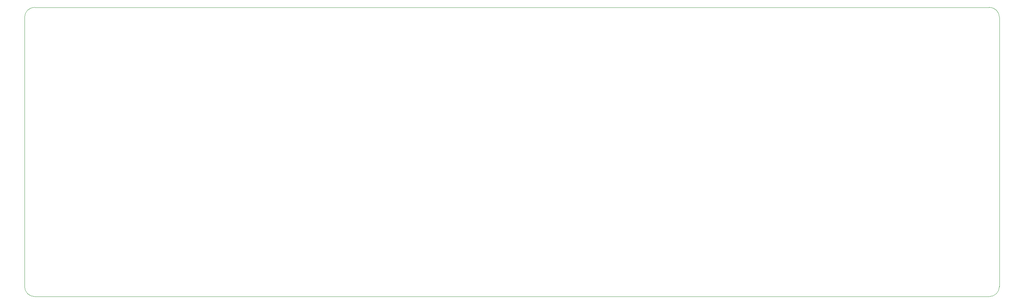
<source format=gbr>
%TF.GenerationSoftware,KiCad,Pcbnew,(5.99.0-8436-gbd786b578a)*%
%TF.CreationDate,2021-02-24T19:01:32+01:00*%
%TF.ProjectId,atom47,61746f6d-3437-42e6-9b69-6361645f7063,rev?*%
%TF.SameCoordinates,Original*%
%TF.FileFunction,Profile,NP*%
%FSLAX46Y46*%
G04 Gerber Fmt 4.6, Leading zero omitted, Abs format (unit mm)*
G04 Created by KiCad (PCBNEW (5.99.0-8436-gbd786b578a)) date 2021-02-24 19:01:32*
%MOMM*%
%LPD*%
G01*
G04 APERTURE LIST*
%TA.AperFunction,Profile*%
%ADD10C,0.100000*%
%TD*%
G04 APERTURE END LIST*
D10*
X244875000Y-4475000D02*
X244875000Y-71575000D01*
X242375000Y-1975000D02*
X5175000Y-1975000D01*
X5175000Y-74075000D02*
X242375000Y-74075000D01*
X242375000Y-1975000D02*
G75*
G02*
X244875000Y-4475000I0J-2500000D01*
G01*
X5175000Y-74075000D02*
G75*
G02*
X2675000Y-71575000I0J2500000D01*
G01*
X2675000Y-4475000D02*
G75*
G02*
X5175000Y-1975000I2500000J0D01*
G01*
X2675000Y-4475000D02*
X2675000Y-71575000D01*
X244875000Y-71575000D02*
G75*
G02*
X242375000Y-74075000I-2500000J0D01*
G01*
M02*

</source>
